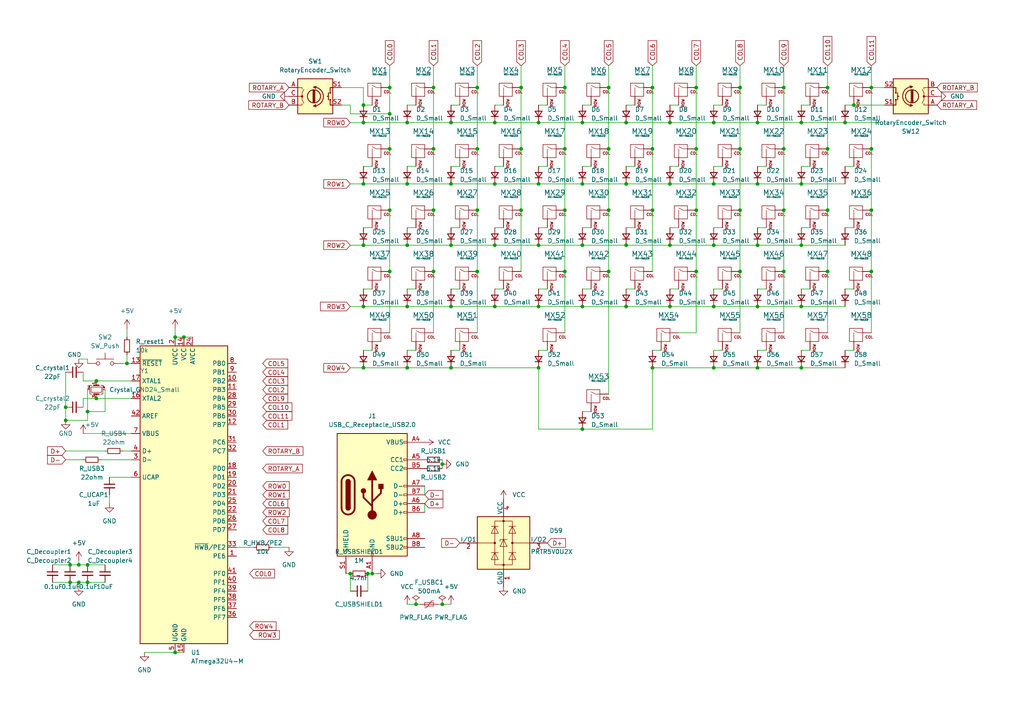
<source format=kicad_sch>
(kicad_sch (version 20211123) (generator eeschema)
  (paper "A4")
  (junction (at 125.73 43.18))
  (junction (at 219.71 35.56))
  (junction (at 207.01 106.68))
  (junction (at 120.65 175.26))
  (junction (at 163.83 43.18))
  (junction (at 189.23 43.18))
  (junction (at 201.93 43.18))
  (junction (at 240.03 25.4))
  (junction (at 27.94 110.49))
  (junction (at 176.53 43.18))
  (junction (at 227.33 78.74))
  (junction (at 138.43 25.4))
  (junction (at 130.81 71.12))
  (junction (at 53.34 97.79))
  (junction (at 168.91 124.46))
  (junction (at 214.63 60.96))
  (junction (at 163.83 60.96))
  (junction (at 130.81 53.34))
  (junction (at 156.21 88.9))
  (junction (at 156.21 35.56))
  (junction (at 168.91 88.9))
  (junction (at 219.71 106.68))
  (junction (at 113.03 33.02))
  (junction (at 105.41 71.12))
  (junction (at 194.31 71.12))
  (junction (at 25.4 163.83))
  (junction (at 189.23 106.68))
  (junction (at 130.81 88.9))
  (junction (at 181.61 88.9))
  (junction (at 25.4 168.91))
  (junction (at 252.73 60.96))
  (junction (at 214.63 25.4))
  (junction (at 118.11 35.56))
  (junction (at 143.51 35.56))
  (junction (at 240.03 43.18))
  (junction (at 240.03 78.74))
  (junction (at 214.63 43.18))
  (junction (at 143.51 88.9))
  (junction (at 125.73 78.74))
  (junction (at 168.91 53.34))
  (junction (at 207.01 35.56))
  (junction (at 107.95 166.37))
  (junction (at 22.86 168.91))
  (junction (at 143.51 71.12))
  (junction (at 105.41 30.48))
  (junction (at 232.41 53.34))
  (junction (at 181.61 71.12))
  (junction (at 130.81 106.68))
  (junction (at 118.11 106.68))
  (junction (at 118.11 71.12))
  (junction (at 214.63 78.74))
  (junction (at 125.73 60.96))
  (junction (at 156.21 106.68))
  (junction (at 101.6 166.37))
  (junction (at 176.53 78.74))
  (junction (at 252.73 25.4))
  (junction (at 25.4 119.38))
  (junction (at 128.27 134.62))
  (junction (at 113.03 60.96))
  (junction (at 128.27 175.26))
  (junction (at 232.41 71.12))
  (junction (at 19.05 121.92))
  (junction (at 219.71 88.9))
  (junction (at 118.11 88.9))
  (junction (at 189.23 60.96))
  (junction (at 219.71 71.12))
  (junction (at 252.73 43.18))
  (junction (at 207.01 88.9))
  (junction (at 247.65 30.48))
  (junction (at 207.01 53.34))
  (junction (at 106.68 166.37))
  (junction (at 20.32 163.83))
  (junction (at 19.05 118.11))
  (junction (at 227.33 60.96))
  (junction (at 138.43 78.74))
  (junction (at 105.41 35.56))
  (junction (at 245.11 35.56))
  (junction (at 118.11 53.34))
  (junction (at 219.71 53.34))
  (junction (at 105.41 106.68))
  (junction (at 156.21 53.34))
  (junction (at 181.61 53.34))
  (junction (at 252.73 78.74))
  (junction (at 201.93 60.96))
  (junction (at 168.91 35.56))
  (junction (at 201.93 25.4))
  (junction (at 240.03 60.96))
  (junction (at 232.41 88.9))
  (junction (at 163.83 78.74))
  (junction (at 156.21 71.12))
  (junction (at 105.41 88.9))
  (junction (at 176.53 25.4))
  (junction (at 168.91 71.12))
  (junction (at 113.03 78.74))
  (junction (at 113.03 25.4))
  (junction (at 113.03 43.18))
  (junction (at 194.31 53.34))
  (junction (at 201.93 78.74))
  (junction (at 194.31 88.9))
  (junction (at 176.53 60.96))
  (junction (at 50.8 97.79))
  (junction (at 194.31 35.56))
  (junction (at 181.61 35.56))
  (junction (at 130.81 35.56))
  (junction (at 20.32 168.91))
  (junction (at 27.94 115.57))
  (junction (at 22.86 163.83))
  (junction (at 232.41 35.56))
  (junction (at 138.43 60.96))
  (junction (at 138.43 43.18))
  (junction (at 163.83 25.4))
  (junction (at 207.01 71.12))
  (junction (at 125.73 25.4))
  (junction (at 36.83 105.41))
  (junction (at 143.51 53.34))
  (junction (at 227.33 43.18))
  (junction (at 189.23 25.4))
  (junction (at 105.41 53.34))
  (junction (at 151.13 43.18))
  (junction (at 151.13 25.4))
  (junction (at 50.8 189.23))
  (junction (at 151.13 60.96))
  (junction (at 227.33 25.4))
  (junction (at 232.41 106.68))
  (wire (pts (xy 201.93 25.4) (xy 201.93 43.18)))
  (wire (pts (xy 68.58 158.75) (xy 73.66 158.75)))
  (wire (pts (xy 232.41 83.82) (xy 234.95 83.82)))
  (wire (pts (xy 138.43 43.18) (xy 138.43 60.96)))
  (wire (pts (xy 181.61 66.04) (xy 184.15 66.04)))
  (wire (pts (xy 113.03 43.18) (xy 113.03 60.96)))
  (wire (pts (xy 101.6 30.48) (xy 101.6 33.02)))
  (wire (pts (xy 27.94 115.57) (xy 38.1 115.57)))
  (wire (pts (xy 101.6 53.34) (xy 105.41 53.34)))
  (wire (pts (xy 207.01 88.9) (xy 219.71 88.9)))
  (wire (pts (xy 194.31 30.48) (xy 196.85 30.48)))
  (wire (pts (xy 143.51 48.26) (xy 146.05 48.26)))
  (wire (pts (xy 120.65 175.26) (xy 121.92 175.26)))
  (wire (pts (xy 227.33 78.74) (xy 227.33 96.52)))
  (wire (pts (xy 138.43 19.05) (xy 138.43 25.4)))
  (wire (pts (xy 156.21 66.04) (xy 158.75 66.04)))
  (wire (pts (xy 118.11 88.9) (xy 130.81 88.9)))
  (wire (pts (xy 176.53 25.4) (xy 176.53 43.18)))
  (wire (pts (xy 207.01 101.6) (xy 209.55 101.6)))
  (wire (pts (xy 219.71 35.56) (xy 232.41 35.56)))
  (wire (pts (xy 163.83 19.05) (xy 163.83 25.4)))
  (wire (pts (xy 156.21 106.68) (xy 156.21 124.46)))
  (wire (pts (xy 101.6 33.02) (xy 113.03 33.02)))
  (wire (pts (xy 219.71 106.68) (xy 232.41 106.68)))
  (wire (pts (xy 176.53 19.05) (xy 176.53 25.4)))
  (wire (pts (xy 196.85 96.52) (xy 201.93 96.52)))
  (wire (pts (xy 168.91 30.48) (xy 171.45 30.48)))
  (wire (pts (xy 181.61 83.82) (xy 184.15 83.82)))
  (wire (pts (xy 25.4 105.41) (xy 25.4 104.14)))
  (wire (pts (xy 207.01 35.56) (xy 219.71 35.56)))
  (wire (pts (xy 50.8 95.25) (xy 50.8 97.79)))
  (wire (pts (xy 105.41 83.82) (xy 107.95 83.82)))
  (wire (pts (xy 105.41 30.48) (xy 107.95 30.48)))
  (wire (pts (xy 138.43 25.4) (xy 138.43 43.18)))
  (wire (pts (xy 130.81 101.6) (xy 133.35 101.6)))
  (wire (pts (xy 128.27 133.35) (xy 128.27 134.62)))
  (wire (pts (xy 252.73 60.96) (xy 252.73 78.74)))
  (wire (pts (xy 207.01 106.68) (xy 219.71 106.68)))
  (wire (pts (xy 168.91 48.26) (xy 171.45 48.26)))
  (wire (pts (xy 22.86 168.91) (xy 22.86 170.18)))
  (wire (pts (xy 118.11 48.26) (xy 120.65 48.26)))
  (wire (pts (xy 232.41 53.34) (xy 245.11 53.34)))
  (wire (pts (xy 163.83 43.18) (xy 163.83 60.96)))
  (wire (pts (xy 207.01 83.82) (xy 209.55 83.82)))
  (wire (pts (xy 219.71 101.6) (xy 222.25 101.6)))
  (wire (pts (xy 156.21 30.48) (xy 158.75 30.48)))
  (wire (pts (xy 232.41 106.68) (xy 245.11 106.68)))
  (wire (pts (xy 227.33 25.4) (xy 227.33 43.18)))
  (wire (pts (xy 232.41 30.48) (xy 234.95 30.48)))
  (wire (pts (xy 130.81 88.9) (xy 143.51 88.9)))
  (wire (pts (xy 25.4 163.83) (xy 30.48 163.83)))
  (wire (pts (xy 168.91 53.34) (xy 181.61 53.34)))
  (wire (pts (xy 156.21 83.82) (xy 158.75 83.82)))
  (wire (pts (xy 201.93 19.05) (xy 201.93 25.4)))
  (wire (pts (xy 101.6 35.56) (xy 105.41 35.56)))
  (wire (pts (xy 194.31 48.26) (xy 196.85 48.26)))
  (wire (pts (xy 118.11 66.04) (xy 120.65 66.04)))
  (wire (pts (xy 168.91 88.9) (xy 181.61 88.9)))
  (wire (pts (xy 31.75 143.51) (xy 31.75 146.05)))
  (wire (pts (xy 143.51 71.12) (xy 156.21 71.12)))
  (wire (pts (xy 247.65 30.48) (xy 256.54 30.48)))
  (wire (pts (xy 252.73 25.4) (xy 252.73 43.18)))
  (wire (pts (xy 151.13 25.4) (xy 151.13 43.18)))
  (wire (pts (xy 143.51 83.82) (xy 146.05 83.82)))
  (wire (pts (xy 113.03 33.02) (xy 113.03 43.18)))
  (wire (pts (xy 214.63 78.74) (xy 214.63 96.52)))
  (wire (pts (xy 19.05 118.11) (xy 19.05 121.92)))
  (wire (pts (xy 130.81 48.26) (xy 133.35 48.26)))
  (wire (pts (xy 130.81 53.34) (xy 143.51 53.34)))
  (wire (pts (xy 113.03 19.05) (xy 113.03 25.4)))
  (wire (pts (xy 232.41 88.9) (xy 245.11 88.9)))
  (wire (pts (xy 214.63 60.96) (xy 214.63 78.74)))
  (wire (pts (xy 168.91 119.38) (xy 171.45 119.38)))
  (wire (pts (xy 245.11 66.04) (xy 247.65 66.04)))
  (wire (pts (xy 105.41 53.34) (xy 118.11 53.34)))
  (wire (pts (xy 156.21 35.56) (xy 168.91 35.56)))
  (wire (pts (xy 245.11 101.6) (xy 247.65 101.6)))
  (wire (pts (xy 181.61 71.12) (xy 194.31 71.12)))
  (wire (pts (xy 24.13 110.49) (xy 27.94 110.49)))
  (wire (pts (xy 219.71 66.04) (xy 222.25 66.04)))
  (wire (pts (xy 24.13 115.57) (xy 27.94 115.57)))
  (wire (pts (xy 36.83 95.25) (xy 36.83 97.79)))
  (wire (pts (xy 156.21 71.12) (xy 168.91 71.12)))
  (wire (pts (xy 113.03 78.74) (xy 113.03 96.52)))
  (wire (pts (xy 252.73 25.4) (xy 256.54 25.4)))
  (wire (pts (xy 163.83 78.74) (xy 163.83 96.52)))
  (wire (pts (xy 118.11 71.12) (xy 130.81 71.12)))
  (wire (pts (xy 22.86 168.91) (xy 25.4 168.91)))
  (wire (pts (xy 125.73 19.05) (xy 125.73 25.4)))
  (wire (pts (xy 128.27 134.62) (xy 128.27 135.89)))
  (wire (pts (xy 41.91 189.23) (xy 50.8 189.23)))
  (wire (pts (xy 143.51 66.04) (xy 146.05 66.04)))
  (wire (pts (xy 201.93 78.74) (xy 201.93 96.52)))
  (wire (pts (xy 189.23 19.05) (xy 189.23 25.4)))
  (wire (pts (xy 118.11 35.56) (xy 130.81 35.56)))
  (wire (pts (xy 25.4 119.38) (xy 30.48 119.38)))
  (wire (pts (xy 107.95 166.37) (xy 109.22 166.37)))
  (wire (pts (xy 245.11 30.48) (xy 247.65 30.48)))
  (wire (pts (xy 19.05 107.95) (xy 19.05 118.11)))
  (wire (pts (xy 163.83 60.96) (xy 163.83 78.74)))
  (wire (pts (xy 128.27 175.26) (xy 130.81 175.26)))
  (wire (pts (xy 25.4 119.38) (xy 25.4 121.92)))
  (wire (pts (xy 194.31 35.56) (xy 207.01 35.56)))
  (wire (pts (xy 245.11 48.26) (xy 247.65 48.26)))
  (wire (pts (xy 101.6 106.68) (xy 105.41 106.68)))
  (wire (pts (xy 168.91 124.46) (xy 156.21 124.46)))
  (wire (pts (xy 130.81 71.12) (xy 143.51 71.12)))
  (wire (pts (xy 214.63 25.4) (xy 214.63 43.18)))
  (wire (pts (xy 151.13 43.18) (xy 151.13 60.96)))
  (wire (pts (xy 24.13 107.95) (xy 24.13 110.49)))
  (wire (pts (xy 189.23 124.46) (xy 168.91 124.46)))
  (wire (pts (xy 163.83 25.4) (xy 163.83 43.18)))
  (wire (pts (xy 20.32 163.83) (xy 22.86 163.83)))
  (wire (pts (xy 105.41 71.12) (xy 118.11 71.12)))
  (wire (pts (xy 232.41 101.6) (xy 234.95 101.6)))
  (wire (pts (xy 50.8 189.23) (xy 53.34 189.23)))
  (wire (pts (xy 143.51 53.34) (xy 156.21 53.34)))
  (wire (pts (xy 189.23 106.68) (xy 207.01 106.68)))
  (wire (pts (xy 181.61 88.9) (xy 194.31 88.9)))
  (wire (pts (xy 252.73 78.74) (xy 252.73 96.52)))
  (wire (pts (xy 118.11 101.6) (xy 120.65 101.6)))
  (wire (pts (xy 240.03 25.4) (xy 240.03 43.18)))
  (wire (pts (xy 151.13 19.05) (xy 151.13 25.4)))
  (wire (pts (xy 207.01 48.26) (xy 209.55 48.26)))
  (wire (pts (xy 189.23 43.18) (xy 189.23 60.96)))
  (wire (pts (xy 105.41 35.56) (xy 118.11 35.56)))
  (wire (pts (xy 105.41 48.26) (xy 107.95 48.26)))
  (wire (pts (xy 15.24 168.91) (xy 20.32 168.91)))
  (wire (pts (xy 105.41 88.9) (xy 118.11 88.9)))
  (wire (pts (xy 15.24 163.83) (xy 20.32 163.83)))
  (wire (pts (xy 207.01 30.48) (xy 209.55 30.48)))
  (wire (pts (xy 101.6 71.12) (xy 105.41 71.12)))
  (wire (pts (xy 105.41 25.4) (xy 105.41 30.48)))
  (wire (pts (xy 125.73 78.74) (xy 125.73 96.52)))
  (wire (pts (xy 189.23 25.4) (xy 189.23 43.18)))
  (wire (pts (xy 214.63 43.18) (xy 214.63 60.96)))
  (wire (pts (xy 143.51 35.56) (xy 156.21 35.56)))
  (wire (pts (xy 219.71 83.82) (xy 222.25 83.82)))
  (wire (pts (xy 118.11 53.34) (xy 130.81 53.34)))
  (wire (pts (xy 106.68 166.37) (xy 106.68 171.45)))
  (wire (pts (xy 168.91 71.12) (xy 181.61 71.12)))
  (wire (pts (xy 168.91 66.04) (xy 171.45 66.04)))
  (wire (pts (xy 227.33 19.05) (xy 227.33 25.4)))
  (wire (pts (xy 105.41 106.68) (xy 118.11 106.68)))
  (wire (pts (xy 27.94 110.49) (xy 38.1 110.49)))
  (wire (pts (xy 232.41 66.04) (xy 234.95 66.04)))
  (wire (pts (xy 36.83 105.41) (xy 38.1 105.41)))
  (wire (pts (xy 101.6 88.9) (xy 105.41 88.9)))
  (wire (pts (xy 168.91 83.82) (xy 171.45 83.82)))
  (wire (pts (xy 138.43 60.96) (xy 138.43 78.74)))
  (wire (pts (xy 181.61 35.56) (xy 194.31 35.56)))
  (wire (pts (xy 118.11 30.48) (xy 120.65 30.48)))
  (wire (pts (xy 219.71 53.34) (xy 232.41 53.34)))
  (wire (pts (xy 232.41 71.12) (xy 245.11 71.12)))
  (wire (pts (xy 151.13 60.96) (xy 151.13 78.74)))
  (wire (pts (xy 201.93 43.18) (xy 201.93 60.96)))
  (wire (pts (xy 143.51 30.48) (xy 146.05 30.48)))
  (wire (pts (xy 156.21 48.26) (xy 158.75 48.26)))
  (wire (pts (xy 207.01 66.04) (xy 209.55 66.04)))
  (wire (pts (xy 227.33 60.96) (xy 227.33 78.74)))
  (wire (pts (xy 245.11 83.82) (xy 247.65 83.82)))
  (wire (pts (xy 101.6 166.37) (xy 101.6 171.45)))
  (wire (pts (xy 25.4 113.03) (xy 25.4 119.38)))
  (wire (pts (xy 232.41 35.56) (xy 245.11 35.56)))
  (wire (pts (xy 156.21 53.34) (xy 168.91 53.34)))
  (wire (pts (xy 19.05 130.81) (xy 30.48 130.81)))
  (wire (pts (xy 113.03 60.96) (xy 113.03 78.74)))
  (wire (pts (xy 30.48 119.38) (xy 30.48 113.03)))
  (wire (pts (xy 252.73 43.18) (xy 252.73 60.96)))
  (wire (pts (xy 168.91 35.56) (xy 181.61 35.56)))
  (wire (pts (xy 245.11 35.56) (xy 255.27 35.56)))
  (wire (pts (xy 181.61 53.34) (xy 194.31 53.34)))
  (wire (pts (xy 227.33 43.18) (xy 227.33 60.96)))
  (wire (pts (xy 20.32 168.91) (xy 22.86 168.91)))
  (wire (pts (xy 106.68 166.37) (xy 107.95 166.37)))
  (wire (pts (xy 35.56 105.41) (xy 36.83 105.41)))
  (wire (pts (xy 29.21 133.35) (xy 38.1 133.35)))
  (wire (pts (xy 143.51 88.9) (xy 156.21 88.9)))
  (wire (pts (xy 194.31 71.12) (xy 207.01 71.12)))
  (wire (pts (xy 240.03 43.18) (xy 240.03 60.96)))
  (wire (pts (xy 207.01 53.34) (xy 219.71 53.34)))
  (wire (pts (xy 127 175.26) (xy 128.27 175.26)))
  (wire (pts (xy 31.75 138.43) (xy 38.1 138.43)))
  (wire (pts (xy 240.03 78.74) (xy 240.03 96.52)))
  (wire (pts (xy 194.31 83.82) (xy 196.85 83.82)))
  (wire (pts (xy 138.43 78.74) (xy 138.43 96.52)))
  (wire (pts (xy 189.23 106.68) (xy 189.23 124.46)))
  (wire (pts (xy 22.86 162.56) (xy 22.86 163.83)))
  (wire (pts (xy 189.23 101.6) (xy 191.77 101.6)))
  (wire (pts (xy 194.31 66.04) (xy 196.85 66.04)))
  (wire (pts (xy 219.71 30.48) (xy 222.25 30.48)))
  (wire (pts (xy 118.11 106.68) (xy 130.81 106.68)))
  (wire (pts (xy 219.71 48.26) (xy 222.25 48.26)))
  (wire (pts (xy 156.21 101.6) (xy 158.75 101.6)))
  (wire (pts (xy 99.06 30.48) (xy 101.6 30.48)))
  (wire (pts (xy 125.73 43.18) (xy 125.73 60.96)))
  (wire (pts (xy 219.71 88.9) (xy 232.41 88.9)))
  (wire (pts (xy 105.41 101.6) (xy 107.95 101.6)))
  (wire (pts (xy 125.73 25.4) (xy 125.73 43.18)))
  (wire (pts (xy 176.53 43.18) (xy 176.53 60.96)))
  (wire (pts (xy 130.81 106.68) (xy 156.21 106.68)))
  (wire (pts (xy 194.31 53.34) (xy 207.01 53.34)))
  (wire (pts (xy 24.13 125.73) (xy 38.1 125.73)))
  (wire (pts (xy 36.83 102.87) (xy 36.83 105.41)))
  (wire (pts (xy 118.11 175.26) (xy 120.65 175.26)))
  (wire (pts (xy 201.93 60.96) (xy 201.93 78.74)))
  (wire (pts (xy 35.56 130.81) (xy 38.1 130.81)))
  (wire (pts (xy 207.01 71.12) (xy 219.71 71.12)))
  (wire (pts (xy 19.05 121.92) (xy 25.4 121.92)))
  (wire (pts (xy 176.53 60.96) (xy 176.53 78.74)))
  (wire (pts (xy 123.19 140.97) (xy 123.19 143.51)))
  (wire (pts (xy 113.03 25.4) (xy 113.03 33.02)))
  (wire (pts (xy 176.53 78.74) (xy 176.53 114.3)))
  (wire (pts (xy 100.33 166.37) (xy 101.6 166.37)))
  (wire (pts (xy 214.63 19.05) (xy 214.63 25.4)))
  (wire (pts (xy 240.03 19.05) (xy 240.03 25.4)))
  (wire (pts (xy 50.8 97.79) (xy 53.34 97.79)))
  (wire (pts (xy 130.81 35.56) (xy 143.51 35.56)))
  (wire (pts (xy 53.34 97.79) (xy 55.88 97.79)))
  (wire (pts (xy 105.41 66.04) (xy 107.95 66.04)))
  (wire (pts (xy 232.41 48.26) (xy 234.95 48.26)))
  (wire (pts (xy 181.61 30.48) (xy 184.15 30.48)))
  (wire (pts (xy 130.81 30.48) (xy 133.35 30.48)))
  (wire (pts (xy 78.74 158.75) (xy 83.82 158.75)))
  (wire (pts (xy 156.21 88.9) (xy 168.91 88.9)))
  (wire (pts (xy 240.03 60.96) (xy 240.03 78.74)))
  (wire (pts (xy 189.23 60.96) (xy 189.23 78.74)))
  (wire (pts (xy 22.86 104.14) (xy 25.4 104.14)))
  (wire (pts (xy 181.61 48.26) (xy 184.15 48.26)))
  (wire (pts (xy 123.19 146.05) (xy 123.19 148.59)))
  (wire (pts (xy 118.11 83.82) (xy 120.65 83.82)))
  (wire (pts (xy 99.06 25.4) (xy 105.41 25.4)))
  (wire (pts (xy 22.86 163.83) (xy 25.4 163.83)))
  (wire (pts (xy 25.4 168.91) (xy 30.48 168.91)))
  (wire (pts (xy 194.31 88.9) (xy 207.01 88.9)))
  (wire (pts (xy 130.81 83.82) (xy 133.35 83.82)))
  (wire (pts (xy 252.73 19.05) (xy 252.73 25.4)))
  (wire (pts (xy 219.71 71.12) (xy 232.41 71.12)))
  (wire (pts (xy 130.81 66.04) (xy 133.35 66.04)))
  (wire (pts (xy 19.05 133.35) (xy 24.13 133.35)))
  (wire (pts (xy 24.13 118.11) (xy 24.13 115.57)))
  (wire (pts (xy 125.73 60.96) (xy 125.73 78.74)))
  (global_label "COL11" (shape input) (at 76.2 120.65 0) (property "Intersheet References" "${INTERSHEET_REFS}" (effects hide)))
  (global_label "ROW4" (shape input) (at 72.39 181.61 0) (property "Intersheet References" "${INTERSHEET_REFS}" (effects hide)))
  (global_label "COL0" (shape input) (at 72.39 166.37 0) (property "Intersheet References" "${INTERSHEET_REFS}" (effects hide)))
  (global_label "COL2" (shape input) (at 138.43 19.05 90) (property "Intersheet References" "${INTERSHEET_REFS}" (effects hide)))
  (global_label "ROW2" (shape input) (at 101.6 71.12 180) (property "Intersheet References" "${INTERSHEET_REFS}" (effects hide)))
  (global_label "ROW0" (shape input) (at 76.2 140.97 0) (property "Intersheet References" "${INTERSHEET_REFS}" (effects hide)))
  (global_label "D+" (shape input) (at 123.19 146.05 0) (property "Intersheet References" "${INTERSHEET_REFS}" (effects hide)))
  (global_label "D-" (shape input) (at 133.35 157.48 180) (property "Intersheet References" "${INTERSHEET_REFS}" (effects hide)))
  (global_label "COL0" (shape input) (at 113.03 19.05 90) (property "Intersheet References" "${INTERSHEET_REFS}" (effects hide)))
  (global_label "COL10" (shape input) (at 240.03 19.05 90) (property "Intersheet References" "${INTERSHEET_REFS}" (effects hide)))
  (global_label "COL1" (shape input) (at 125.73 19.05 90) (property "Intersheet References" "${INTERSHEET_REFS}" (effects hide)))
  (global_label "COL1" (shape input) (at 76.2 123.19 0) (property "Intersheet References" "${INTERSHEET_REFS}" (effects hide)))
  (global_label "ROTARY_A" (shape input) (at 83.82 25.4 180) (property "Intersheet References" "${INTERSHEET_REFS}" (effects hide)))
  (global_label "COL3" (shape input) (at 151.13 19.05 90) (property "Intersheet References" "${INTERSHEET_REFS}" (effects hide)))
  (global_label "ROTARY_B" (shape input) (at 76.2 130.81 0) (property "Intersheet References" "${INTERSHEET_REFS}" (effects hide)))
  (global_label "COL6" (shape input) (at 76.2 146.05 0) (property "Intersheet References" "${INTERSHEET_REFS}" (effects hide)))
  (global_label "ROW2" (shape input) (at 76.2 148.59 0) (property "Intersheet References" "${INTERSHEET_REFS}" (effects hide)))
  (global_label "COL10" (shape input) (at 76.2 118.11 0) (property "Intersheet References" "${INTERSHEET_REFS}" (effects hide)))
  (global_label "COL7" (shape input) (at 201.93 19.05 90) (property "Intersheet References" "${INTERSHEET_REFS}" (effects hide)))
  (global_label "COL11" (shape input) (at 252.73 19.05 90) (property "Intersheet References" "${INTERSHEET_REFS}" (effects hide)))
  (global_label "COL2" (shape input) (at 76.2 113.03 0) (property "Intersheet References" "${INTERSHEET_REFS}" (effects hide)))
  (global_label "D+" (shape input) (at 19.05 130.81 180) (property "Intersheet References" "${INTERSHEET_REFS}" (effects hide)))
  (global_label "ROW1" (shape input) (at 101.6 53.34 180) (property "Intersheet References" "${INTERSHEET_REFS}" (effects hide)))
  (global_label "ROTARY_B" (shape input) (at 271.78 25.4 0) (property "Intersheet References" "${INTERSHEET_REFS}" (effects hide)))
  (global_label "COL3" (shape input) (at 76.2 110.49 0) (property "Intersheet References" "${INTERSHEET_REFS}" (effects hide)))
  (global_label "COL9" (shape input) (at 227.33 19.05 90) (property "Intersheet References" "${INTERSHEET_REFS}" (effects hide)))
  (global_label "COL4" (shape input) (at 163.83 19.05 90) (property "Intersheet References" "${INTERSHEET_REFS}" (effects hide)))
  (global_label "ROTARY_B" (shape input) (at 83.82 30.48 180) (property "Intersheet References" "${INTERSHEET_REFS}" (effects hide)))
  (global_label "ROW4" (shape input) (at 101.6 106.68 180) (property "Intersheet References" "${INTERSHEET_REFS}" (effects hide)))
  (global_label "D-" (shape input) (at 19.05 133.35 180) (property "Intersheet References" "${INTERSHEET_REFS}" (effects hide)))
  (global_label "COL8" (shape input) (at 76.2 153.67 0) (property "Intersheet References" "${INTERSHEET_REFS}" (effects hide)))
  (global_label "COL6" (shape input) (at 189.23 19.05 90) (property "Intersheet References" "${INTERSHEET_REFS}" (effects hide)))
  (global_label "ROW1" (shape input) (at 76.2 143.51 0) (property "Intersheet References" "${INTERSHEET_REFS}" (effects hide)))
  (global_label "COL7" (shape input) (at 76.2 151.13 0) (property "Intersheet References" "${INTERSHEET_REFS}" (effects hide)))
  (global_label "COL5" (shape input) (at 176.53 19.05 90) (property "Intersheet References" "${INTERSHEET_REFS}" (effects hide)))
  (global_label "ROTARY_A" (shape input) (at 76.2 135.89 0) (property "Intersheet References" "${INTERSHEET_REFS}" (effects hide)))
  (global_label "D+" (shape input) (at 158.75 157.48 0) (property "Intersheet References" "${INTERSHEET_REFS}" (effects hide)))
  (global_label " ROW3" (shape input) (at 101.6 88.9 180) (property "Intersheet References" "${INTERSHEET_REFS}" (effects hide)))
  (global_label "COL9" (shape input) (at 76.2 115.57 0) (property "Intersheet References" "${INTERSHEET_REFS}" (effects hide)))
  (global_label "COL8" (shape input) (at 214.63 19.05 90) (property "Intersheet References" "${INTERSHEET_REFS}" (effects hide)))
  (global_label " ROW3" (shape input) (at 72.39 184.15 0) (property "Intersheet References" "${INTERSHEET_REFS}" (effects hide)))
  (global_label "ROTARY_A" (shape input) (at 271.78 30.48 0) (property "Intersheet References" "${INTERSHEET_REFS}" (effects hide)))
  (global_label "COL5" (shape input) (at 76.2 105.41 0) (property "Intersheet References" "${INTERSHEET_REFS}" (effects hide)))
  (global_label "ROW0" (shape input) (at 101.6 35.56 180) (property "Intersheet References" "${INTERSHEET_REFS}" (effects hide)))
  (global_label "COL4" (shape input) (at 76.2 107.95 0) (property "Intersheet References" "${INTERSHEET_REFS}" (effects hide)))
  (global_label "D-" (shape input) (at 123.19 143.51 0) (property "Intersheet References" "${INTERSHEET_REFS}" (effects hide)))
  (symbol (lib_id "power:GND") (at 109.22 166.37 90) (unit 1)
    (property "Reference" "#PWR0109" (effects hide))
    (property "Value" "GND" (at 113.03 166.3699 90) (effects (justify right)))
  )
  (symbol (lib_id "Device:D_Small") (at 219.71 33.02 90) (unit 1)
    (property "Reference" "D10" (at 222.25 31.7499 90) (effects (justify right)))
    (property "Value" "D_Small" (at 222.25 34.2899 90) (effects (justify right)))
    (property "Footprint" "Diode_SMD:D_SOD-123F" (effects hide))
  )
  (symbol (lib_id "Device:C_Small") (at 21.59 107.95 90) (unit 1)
    (property "Reference" "C_crystal1" (at 15.24 106.68 90))
    (property "Value" "22pF" (at 15.24 109.22 90))
    (property "Footprint" "Capacitor_SMD:C_0402_1005Metric" (effects hide))
  )
  (symbol (lib_id "Device:D_Small") (at 118.11 104.14 90) (unit 1)
    (property "Reference" "D50" (at 120.65 102.8699 90) (effects (justify right)))
    (property "Value" "D_Small" (at 120.65 105.4099 90) (effects (justify right)))
    (property "Footprint" "Diode_SMD:D_SOD-123F" (effects hide))
  )
  (symbol (lib_id "Connector:USB_C_Receptacle_USB2.0") (at 107.95 143.51 0) (unit 1)
    (property "Reference" "J1" (at 107.95 120.65 0))
    (property "Value" "USB_C_Receptacle_USB2.0" (at 107.95 123.19 0))
    (property "Footprint" "Connector_USB:USB_C_Receptacle_HRO_TYPE-C-31-M-12" (effects hide))
    (property "Datasheet" "https://www.usb.org/sites/default/files/documents/usb_type-c.zip" (effects hide))
  )
  (symbol (lib_id "Device:D_Small") (at 194.31 86.36 90) (unit 1)
    (property "Reference" "D44" (at 196.85 85.0899 90) (effects (justify right)))
    (property "Value" "D_Small" (at 196.85 87.6299 90) (effects (justify right)))
    (property "Footprint" "Diode_SMD:D_SOD-123F" (effects hide))
  )
  (symbol (lib_id "Device:D_Small") (at 143.51 68.58 90) (unit 1)
    (property "Reference" "D28" (at 146.05 67.3099 90) (effects (justify right)))
    (property "Value" "D_Small" (at 146.05 69.8499 90) (effects (justify right)))
    (property "Footprint" "Diode_SMD:D_SOD-123F" (effects hide))
  )
  (symbol (lib_id "MX_Alps_Hybrid:MX-NoLED") (at 223.52 26.67 0) (unit 1)
    (property "Reference" "MX10" (at 224.4056 20.32 0) (effects (font (size 1.524 1.524))))
    (property "Value" "MX-NoLED" (at 224.4056 21.59 0) (effects (font (size 0.508 0.508))))
    (property "Footprint" "MX_Only:MXOnly-1U-NoLED" (effects hide))
  )
  (symbol (lib_id "Device:D_Small") (at 232.41 33.02 90) (unit 1)
    (property "Reference" "D11" (at 234.95 31.7499 90) (effects (justify right)))
    (property "Value" "D_Small" (at 234.95 34.2899 90) (effects (justify right)))
    (property "Footprint" "Diode_SMD:D_SOD-123F" (effects hide))
  )
  (symbol (lib_id "MX_Alps_Hybrid:MX-NoLED") (at 172.72 115.57 0) (unit 1)
    (property "Reference" "MX53" (at 173.6056 109.22 0) (effects (font (size 1.524 1.524))))
    (property "Value" "MX-NoLED" (at 173.6056 110.49 0) (effects (font (size 0.508 0.508))))
    (property "Footprint" "MX_Only:MXOnly-6U-Centered-NoLED" (effects hide))
  )
  (symbol (lib_id "Device:C_Small") (at 25.4 166.37 0) (unit 1)
    (property "Reference" "C_Decoupler3" (at 25.4 160.02 0) (effects (justify left)))
    (property "Value" "0.1uF" (at 22.86 170.18 0) (effects (justify left)))
    (property "Footprint" "Capacitor_SMD:C_0402_1005Metric" (effects hide))
  )
  (symbol (lib_id "power:GND") (at 19.05 121.92 0) (unit 1)
    (property "Reference" "#PWR0105" (effects hide))
    (property "Value" "GND" (at 19.05 125.73 0))
  )
  (symbol (lib_id "MX_Alps_Hybrid:MX-NoLED") (at 134.62 97.79 0) (unit 1)
    (property "Reference" "MX51" (at 135.5056 91.44 0) (effects (font (size 1.524 1.524))))
    (property "Value" "MX-NoLED" (at 135.5056 92.71 0) (effects (font (size 0.508 0.508))))
    (property "Footprint" "MX_Only:MXOnly-1.25U-NoLED" (effects hide))
  )
  (symbol (lib_id "MX_Alps_Hybrid:MX-NoLED") (at 236.22 44.45 0) (unit 1)
    (property "Reference" "MX23" (at 237.1056 38.1 0) (effects (font (size 1.524 1.524))))
    (property "Value" "MX-NoLED" (at 237.1056 39.37 0) (effects (font (size 0.508 0.508))))
    (property "Footprint" "MX_Only:MXOnly-1U-NoLED" (effects hide))
  )
  (symbol (lib_id "Device:D_Small") (at 245.11 68.58 90) (unit 1)
    (property "Reference" "D36" (at 247.65 67.3099 90) (effects (justify right)))
    (property "Value" "D_Small" (at 247.65 69.8499 90) (effects (justify right)))
    (property "Footprint" "Diode_SMD:D_SOD-123F" (effects hide))
  )
  (symbol (lib_id "Device:D_Small") (at 219.71 68.58 90) (unit 1)
    (property "Reference" "D34" (at 222.25 67.3099 90) (effects (justify right)))
    (property "Value" "D_Small" (at 222.25 69.8499 90) (effects (justify right)))
    (property "Footprint" "Diode_SMD:D_SOD-123F" (effects hide))
  )
  (symbol (lib_id "Device:D_Small") (at 232.41 104.14 90) (unit 1)
    (property "Reference" "D57" (at 234.95 102.8699 90) (effects (justify right)))
    (property "Value" "D_Small" (at 234.95 105.4099 90) (effects (justify right)))
    (property "Footprint" "Diode_SMD:D_SOD-123F" (effects hide))
  )
  (symbol (lib_id "Device:C_Small") (at 20.32 166.37 0) (unit 1)
    (property "Reference" "C_Decoupler2" (at 7.62 162.56 0) (effects (justify left)))
    (property "Value" "0.1uF" (at 17.78 170.18 0) (effects (justify left)))
    (property "Footprint" "Capacitor_SMD:C_0402_1005Metric" (effects hide))
  )
  (symbol (lib_id "power:GND") (at 22.86 170.18 0) (unit 1)
    (property "Reference" "#PWR0122" (effects hide))
    (property "Value" "GND" (at 22.86 175.26 0))
  )
  (symbol (lib_id "MX_Alps_Hybrid:MX-NoLED") (at 172.72 44.45 0) (unit 1)
    (property "Reference" "MX18" (at 173.6056 38.1 0) (effects (font (size 1.524 1.524))))
    (property "Value" "MX-NoLED" (at 173.6056 39.37 0) (effects (font (size 0.508 0.508))))
    (property "Footprint" "MX_Only:MXOnly-1U-NoLED" (effects hide))
  )
  (symbol (lib_id "MX_Alps_Hybrid:MX-NoLED") (at 193.04 97.79 0) (unit 1)
    (property "Reference" "MX54" (at 193.9256 91.44 0) (effects (font (size 1.524 1.524))))
    (property "Value" "MX-NoLED" (at 193.9256 92.71 0) (effects (font (size 0.508 0.508))))
    (property "Footprint" "MX_Only:MXOnly-2.25U-NoLED" (effects hide))
  )
  (symbol (lib_id "Device:C_Small") (at 104.14 171.45 90) (unit 1)
    (property "Reference" "C_USBSHIELD1" (at 104.14 175.26 90))
    (property "Value" "4.7nF" (at 104.1463 167.64 90))
    (property "Footprint" "Capacitor_SMD:C_0402_1005Metric" (effects hide))
  )
  (symbol (lib_id "Device:Polyfuse_Small") (at 124.46 175.26 90) (unit 1)
    (property "Reference" "F_USBC1" (at 124.46 168.91 90))
    (property "Value" "500mA" (at 124.46 171.45 90))
    (property "Footprint" "Fuse:Fuse_1206_3216Metric" (effects hide))
  )
  (symbol (lib_id "Device:D_Small") (at 245.11 33.02 90) (unit 1)
    (property "Reference" "D12" (at 247.65 31.7499 90) (effects (justify right)))
    (property "Value" "D_Small" (at 247.65 34.2899 90) (effects (justify right)))
    (property "Footprint" "Diode_SMD:D_SOD-123F" (effects hide))
  )
  (symbol (lib_id "MX_Alps_Hybrid:MX-NoLED") (at 172.72 26.67 0) (unit 1)
    (property "Reference" "MX6" (at 173.6056 20.32 0) (effects (font (size 1.524 1.524))))
    (property "Value" "MX-NoLED" (at 173.6056 21.59 0) (effects (font (size 0.508 0.508))))
    (property "Footprint" "MX_Only:MXOnly-1U-NoLED" (effects hide))
  )
  (symbol (lib_id "Device:D_Small") (at 130.81 104.14 90) (unit 1)
    (property "Reference" "D51" (at 133.35 102.8699 90) (effects (justify right)))
    (property "Value" "D_Small" (at 133.35 105.4099 90) (effects (justify right)))
    (property "Footprint" "Diode_SMD:D_SOD-123F" (effects hide))
  )
  (symbol (lib_id "MX_Alps_Hybrid:MX-NoLED") (at 160.02 44.45 0) (unit 1)
    (property "Reference" "MX17" (at 160.9056 38.1 0) (effects (font (size 1.524 1.524))))
    (property "Value" "MX-NoLED" (at 160.9056 39.37 0) (effects (font (size 0.508 0.508))))
    (property "Footprint" "MX_Only:MXOnly-1U-NoLED" (effects hide))
  )
  (symbol (lib_id "Device:D_Small") (at 105.41 50.8 90) (unit 1)
    (property "Reference" "D13" (at 107.95 49.5299 90) (effects (justify right)))
    (property "Value" "D_Small" (at 107.95 52.0699 90) (effects (justify right)))
    (property "Footprint" "Diode_SMD:D_SOD-123F" (effects hide))
  )
  (symbol (lib_id "MX_Alps_Hybrid:MX-NoLED") (at 172.72 80.01 0) (unit 1)
    (property "Reference" "MX42" (at 173.6056 73.66 0) (effects (font (size 1.524 1.524))))
    (property "Value" "MX-NoLED" (at 173.6056 74.93 0) (effects (font (size 0.508 0.508))))
    (property "Footprint" "MX_Only:MXOnly-1U-NoLED" (effects hide))
  )
  (symbol (lib_id "Device:D_Small") (at 118.11 86.36 90) (unit 1)
    (property "Reference" "D38" (at 120.65 85.0899 90) (effects (justify right)))
    (property "Value" "D_Small" (at 120.65 87.6299 90) (effects (justify right)))
    (property "Footprint" "Diode_SMD:D_SOD-123F" (effects hide))
  )
  (symbol (lib_id "Device:D_Small") (at 130.81 33.02 90) (unit 1)
    (property "Reference" "D3" (at 133.35 31.7499 90) (effects (justify right)))
    (property "Value" "D_Small" (at 133.35 34.2899 90) (effects (justify right)))
    (property "Footprint" "Diode_SMD:D_SOD-123F" (effects hide))
  )
  (symbol (lib_id "MX_Alps_Hybrid:MX-NoLED") (at 210.82 62.23 0) (unit 1)
    (property "Reference" "MX33" (at 211.7056 55.88 0) (effects (font (size 1.524 1.524))))
    (property "Value" "MX-NoLED" (at 211.7056 57.15 0) (effects (font (size 0.508 0.508))))
    (property "Footprint" "MX_Only:MXOnly-1U-NoLED" (effects hide))
  )
  (symbol (lib_id "Device:D_Small") (at 105.41 33.02 90) (unit 1)
    (property "Reference" "D1" (at 107.95 31.7499 90) (effects (justify right)))
    (property "Value" "D_Small" (at 107.95 34.2899 90) (effects (justify right)))
    (property "Footprint" "Diode_SMD:D_SOD-123F" (effects hide))
  )
  (symbol (lib_id "power:GND") (at 83.82 158.75 0) (unit 1)
    (property "Reference" "#PWR0107" (effects hide))
    (property "Value" "GND" (at 83.82 163.83 0))
  )
  (symbol (lib_id "MX_Alps_Hybrid:MX-NoLED") (at 109.22 80.01 0) (unit 1)
    (property "Reference" "MX37" (at 110.1056 73.66 0) (effects (font (size 1.524 1.524))))
    (property "Value" "MX-NoLED" (at 110.1056 74.93 0) (effects (font (size 0.508 0.508))))
    (property "Footprint" "MX_Only:MXOnly-1.5U-NoLED" (effects hide))
  )
  (symbol (lib_id "MX_Alps_Hybrid:MX-NoLED") (at 236.22 80.01 0) (unit 1)
    (property "Reference" "MX47" (at 237.1056 73.66 0) (effects (font (size 1.524 1.524))))
    (property "Value" "MX-NoLED" (at 237.1056 74.93 0) (effects (font (size 0.508 0.508))))
    (property "Footprint" "MX_Only:MXOnly-1U-NoLED" (effects hide))
  )
  (symbol (lib_id "Device:D_Small") (at 168.91 50.8 90) (unit 1)
    (property "Reference" "D18" (at 171.45 49.5299 90) (effects (justify right)))
    (property "Value" "D_Small" (at 171.45 52.0699 90) (effects (justify right)))
    (property "Footprint" "Diode_SMD:D_SOD-123F" (effects hide))
  )
  (symbol (lib_id "Device:D_Small") (at 181.61 33.02 90) (unit 1)
    (property "Reference" "D7" (at 184.15 31.7499 90) (effects (justify right)))
    (property "Value" "D_Small" (at 184.15 34.2899 90) (effects (justify right)))
    (property "Footprint" "Diode_SMD:D_SOD-123F" (effects hide))
  )
  (symbol (lib_id "Device:D_Small") (at 232.41 68.58 90) (unit 1)
    (property "Reference" "D35" (at 234.95 67.3099 90) (effects (justify right)))
    (property "Value" "D_Small" (at 234.95 69.8499 90) (effects (justify right)))
    (property "Footprint" "Diode_SMD:D_SOD-123F" (effects hide))
  )
  (symbol (lib_id "power:GND") (at 31.75 146.05 0) (unit 1)
    (property "Reference" "#PWR0120" (effects hide))
    (property "Value" "GND" (at 31.75 151.13 0))
  )
  (symbol (lib_id "power:VCC") (at 146.05 144.78 0) (unit 1)
    (property "Reference" "#PWR0119" (effects hide))
    (property "Value" "VCC" (at 148.59 143.5099 0) (effects (justify left)))
  )
  (symbol (lib_id "MX_Alps_Hybrid:MX-NoLED") (at 248.92 26.67 0) (unit 1)
    (property "Reference" "MX12" (at 249.8056 20.32 0) (effects (font (size 1.524 1.524))))
    (property "Value" "MX-NoLED" (at 249.8056 21.59 0) (effects (font (size 0.508 0.508))))
    (property "Footprint" "MX_Only:MXOnly-1U-NoLED" (effects hide))
  )
  (symbol (lib_id "Device:R_Small") (at 104.14 166.37 90) (unit 1)
    (property "Reference" "R_USBSHIELD1" (at 104.14 160.02 90))
    (property "Value" "1M" (at 104.14 162.56 90))
    (property "Footprint" "Resistor_SMD:R_0402_1005Metric" (effects hide))
  )
  (symbol (lib_id "MX_Alps_Hybrid:MX-NoLED") (at 185.42 80.01 0) (unit 1)
    (property "Reference" "MX43" (at 186.3056 73.66 0) (effects (font (size 1.524 1.524))))
    (property "Value" "MX-NoLED" (at 186.3056 74.93 0) (effects (font (size 0.508 0.508))))
    (property "Footprint" "MX_Only:MXOnly-1U-NoLED" (effects hide))
  )
  (symbol (lib_id "power:PWR_FLAG") (at 128.27 175.26 0) (unit 1)
    (property "Reference" "#FLG0101" (effects hide))
    (property "Value" "PWR_FLAG" (at 130.81 179.07 0))
  )
  (symbol (lib_id "MX_Alps_Hybrid:MX-NoLED") (at 109.22 26.67 0) (unit 1)
    (property "Reference" "MX1" (at 110.1056 20.32 0) (effects (font (size 1.524 1.524))))
    (property "Value" "MX-NoLED" (at 110.1056 21.59 0) (effects (font (size 0.508 0.508))))
    (property "Footprint" "MX_Only:MXOnly-1U-NoLED" (effects hide))
  )
  (symbol (lib_id "MX_Alps_Hybrid:MX-NoLED") (at 134.62 62.23 0) (unit 1)
    (property "Reference" "MX27" (at 135.5056 55.88 0) (effects (font (size 1.524 1.524))))
    (property "Value" "MX-NoLED" (at 135.5056 57.15 0) (effects (font (size 0.508 0.508))))
    (property "Footprint" "MX_Only:MXOnly-1U-NoLED" (effects hide))
  )
  (symbol (lib_id "power:PWR_FLAG") (at 120.65 175.26 0) (unit 1)
    (property "Reference" "#FLG0102" (effects hide))
    (property "Value" "PWR_FLAG" (at 120.65 179.07 0))
  )
  (symbol (lib_id "Device:D_Small") (at 219.71 104.14 90) (unit 1)
    (property "Reference" "D56" (at 222.25 102.8699 90) (effects (justify right)))
    (property "Value" "D_Small" (at 222.25 105.4099 90) (effects (justify right)))
    (property "Footprint" "Diode_SMD:D_SOD-123F" (effects hide))
  )
  (symbol (lib_id "Device:D_Small") (at 130.81 50.8 90) (unit 1)
    (property "Reference" "D15" (at 133.35 49.53 90) (effects (justify right)))
    (property "Value" "D_Small" (at 133.35 52.0699 90) (effects (justify right)))
    (property "Footprint" "Diode_SMD:D_SOD-123F" (effects hide))
  )
  (symbol (lib_id "Device:D_Small") (at 219.71 86.36 90) (unit 1)
    (property "Reference" "D46" (at 222.25 85.0899 90) (effects (justify right)))
    (property "Value" "D_Small" (at 222.25 87.6299 90) (effects (justify right)))
    (property "Footprint" "Diode_SMD:D_SOD-123F" (effects hide))
  )
  (symbol (lib_id "Device:D_Small") (at 168.91 33.02 90) (unit 1)
    (property "Reference" "D6" (at 171.45 31.7499 90) (effects (justify right)))
    (property "Value" "D_Small" (at 171.45 34.2899 90) (effects (justify right)))
    (property "Footprint" "Diode_SMD:D_SOD-123F" (effects hide))
  )
  (symbol (lib_id "Device:C_Small") (at 30.48 166.37 0) (unit 1)
    (property "Reference" "C_Decoupler4" (at 25.4 162.56 0) (effects (justify left)))
    (property "Value" "10uF" (at 27.94 170.18 0) (effects (justify left)))
    (property "Footprint" "Capacitor_SMD:C_0402_1005Metric" (effects hide))
  )
  (symbol (lib_id "Device:D_Small") (at 118.11 33.02 90) (unit 1)
    (property "Reference" "D2" (at 120.65 31.7499 90) (effects (justify right)))
    (property "Value" "D_Small" (at 120.65 34.2899 90) (effects (justify right)))
    (property "Footprint" "Diode_SMD:D_SOD-123F" (effects hide))
  )
  (symbol (lib_id "MX_Alps_Hybrid:MX-NoLED") (at 121.92 62.23 0) (unit 1)
    (property "Reference" "MX26" (at 122.8056 55.88 0) (effects (font (size 1.524 1.524))))
    (property "Value" "MX-NoLED" (at 122.8056 57.15 0) (effects (font (size 0.508 0.508))))
    (property "Footprint" "MX_Only:MXOnly-1U-NoLED" (effects hide))
  )
  (symbol (lib_id "Device:D_Small") (at 245.11 104.14 90) (unit 1)
    (property "Reference" "D58" (at 247.65 102.8699 90) (effects (justify right)))
    (property "Value" "D_Small" (at 247.65 105.4099 90) (effects (justify right)))
    (property "Footprint" "Diode_SMD:D_SOD-123F" (effects hide))
  )
  (symbol (lib_id "Device:D_Small") (at 232.41 86.36 90) (unit 1)
    (property "Reference" "D47" (at 234.95 85.0899 90) (effects (justify right)))
    (property "Value" "D_Small" (at 234.95 87.6299 90) (effects (justify right)))
    (property "Footprint" "Diode_SMD:D_SOD-123F" (effects hide))
  )
  (symbol (lib_id "MX_Alps_Hybrid:MX-NoLED") (at 210.82 97.79 0) (unit 1)
    (property "Reference" "MX55" (at 211.7056 91.44 0) (effects (font (size 1.524 1.524))))
    (property "Value" "MX-NoLED" (at 211.7056 92.71 0) (effects (font (size 0.508 0.508))))
    (property "Footprint" "MX_Only:MXOnly-1U-NoLED" (effects hide))
  )
  (symbol (lib_id "MX_Alps_Hybrid:MX-NoLED") (at 223.52 97.79 0) (unit 1)
    (property "Reference" "MX56" (at 224.4056 91.44 0) (effects (font (size 1.524 1.524))))
    (property "Value" "MX-NoLED" (at 224.4056 92.71 0) (effects (font (size 0.508 0.508))))
    (property "Footprint" "MX_Only:MXOnly-1U-NoLED" (effects hide))
  )
  (symbol (lib_id "MX_Alps_Hybrid:MX-NoLED") (at 121.92 80.01 0) (unit 1)
    (property "Reference" "MX38" (at 122.8056 73.66 0) (effects (font (size 1.524 1.524))))
    (property "Value" "MX-NoLED" (at 122.8056 74.93 0) (effects (font (size 0.508 0.508))))
    (property "Footprint" "MX_Only:MXOnly-1U-NoLED" (effects hide))
  )
  (symbol (lib_id "MX_Alps_Hybrid:MX-NoLED") (at 223.52 44.45 0) (unit 1)
    (property "Reference" "MX22" (at 224.4056 38.1 0) (effects (font (size 1.524 1.524))))
    (property "Value" "MX-NoLED" (at 224.4056 39.37 0) (effects (font (size 0.508 0.508))))
    (property "Footprint" "MX_Only:MXOnly-1U-NoLED" (effects hide))
  )
  (symbol (lib_id "power:+5V") (at 130.81 175.26 0) (unit 1)
    (property "Reference" "#PWR0112" (effects hide))
    (property "Value" "+5V" (at 130.81 170.18 0))
  )
  (symbol (lib_id "Device:D_Small") (at 143.51 50.8 90) (unit 1)
    (property "Reference" "D16" (at 146.05 49.5299 90) (effects (justify right)))
    (property "Value" "D_Small" (at 146.05 52.0699 90) (effects (justify right)))
    (property "Footprint" "Diode_SMD:D_SOD-123F" (effects hide))
  )
  (symbol (lib_id "MX_Alps_Hybrid:MX-NoLED") (at 198.12 62.23 0) (unit 1)
    (property "Reference" "MX32" (at 199.0056 55.88 0) (effects (font (size 1.524 1.524))))
    (property "Value" "MX-NoLED" (at 199.0056 57.15 0) (effects (font (size 0.508 0.508))))
    (property "Footprint" "MX_Only:MXOnly-1U-NoLED" (effects hide))
  )
  (symbol (lib_id "Device:R_Small") (at 125.73 133.35 90) (unit 1)
    (property "Reference" "R_USB1" (at 125.73 130.81 90))
    (property "Value" "5.1k" (at 125.73 133.35 90))
    (property "Footprint" "Resistor_SMD:R_0402_1005Metric" (effects hide))
  )
  (symbol (lib_id "Device:R_Small") (at 76.2 158.75 90) (unit 1)
    (property "Reference" "R_HWB/PE2" (at 76.2 157.48 90))
    (property "Value" "10k" (at 76.2 160.02 90))
    (property "Footprint" "Resistor_SMD:R_0402_1005Metric" (effects hide))
  )
  (symbol (lib_id "Device:D_Small") (at 168.91 86.36 90) (unit 1)
    (property "Reference" "D42" (at 171.45 85.0899 90) (effects (justify right)))
    (property "Value" "D_Small" (at 171.45 87.6299 90) (effects (justify right)))
    (property "Footprint" "Diode_SMD:D_SOD-123F" (effects hide))
  )
  (symbol (lib_id "Device:R_Small") (at 36.83 100.33 0) (unit 1)
    (property "Reference" "R_reset1" (at 39.37 99.0599 0) (effects (justify left)))
    (property "Value" "10k" (at 39.37 101.5999 0) (effects (justify left)))
    (property "Footprint" "Resistor_SMD:R_0402_1005Metric" (effects hide))
  )
  (symbol (lib_id "Device:C_Small") (at 31.75 140.97 0) (unit 1)
    (property "Reference" "C_UCAP1" (at 22.86 143.51 0) (effects (justify left)))
    (property "Value" "1uF" (at 25.4 146.05 0) (effects (justify left)))
    (property "Footprint" "Capacitor_SMD:C_0402_1005Metric" (effects hide))
  )
  (symbol (lib_id "MX_Alps_Hybrid:MX-NoLED") (at 210.82 44.45 0) (unit 1)
    (property "Reference" "MX21" (at 211.7056 38.1 0) (effects (font (size 1.524 1.524))))
    (property "Value" "MX-NoLED" (at 211.7056 39.37 0) (effects (font (size 0.508 0.508))))
    (property "Footprint" "MX_Only:MXOnly-1U-NoLED" (effects hide))
  )
  (symbol (lib_id "MX_Alps_Hybrid:MX-NoLED") (at 134.62 80.01 0) (unit 1)
    (property "Reference" "MX39" (at 135.5056 73.66 0) (effects (font (size 1.524 1.524))))
    (property "Value" "MX-NoLED" (at 135.5056 74.93 0) (effects (font (size 0.508 0.508))))
    (property "Footprint" "MX_Only:MXOnly-1U-NoLED" (effects hide))
  )
  (symbol (lib_id "Device:RotaryEncoder_Switch") (at 91.44 27.94 0) (unit 1)
    (property "Reference" "SW1" (at 91.44 17.78 0))
    (property "Value" "RotaryEncoder_Switch" (at 91.44 20.32 0))
    (property "Footprint" "Keebio-Parts:RotaryEncoder_Alps_EC11E-Switch_Vertical_H20mm" (effects hide))
  )
  (symbol (lib_id "MX_Alps_Hybrid:MX-NoLED") (at 248.92 62.23 0) (unit 1)
    (property "Reference" "MX36" (at 249.8056 55.88 0) (effects (font (size 1.524 1.524))))
    (property "Value" "MX-NoLED" (at 249.8056 57.15 0) (effects (font (size 0.508 0.508))))
    (property "Footprint" "MX_Only:MXOnly-1.25U-NoLED" (effects hide))
  )
  (symbol (lib_id "Device:D_Small") (at 219.71 50.8 90) (unit 1)
    (property "Reference" "D22" (at 222.25 49.5299 90) (effects (justify right)))
    (property "Value" "D_Small" (at 222.25 52.0699 90) (effects (justify right)))
    (property "Footprint" "Diode_SMD:D_SOD-123F" (effects hide))
  )
  (symbol (lib_id "Device:D_Small") (at 105.41 86.36 90) (unit 1)
    (property "Reference" "D37" (at 107.95 85.0899 90) (effects (justify right)))
    (property "Value" "D_Small" (at 107.95 87.6299 90) (effects (justify right)))
    (property "Footprint" "Diode_SMD:D_SOD-123F" (effects hide))
  )
  (symbol (lib_id "Device:R_Small") (at 33.02 130.81 90) (unit 1)
    (property "Reference" "R_USB4" (at 33.02 125.73 90))
    (property "Value" "22ohm" (at 33.02 128.27 90))
    (property "Footprint" "Resistor_SMD:R_0402_1005Metric" (effects hide))
  )
  (symbol (lib_id "power:VCC") (at 123.19 128.27 270) (unit 1)
    (property "Reference" "#PWR0111" (effects hide))
    (property "Value" "VCC" (at 127 128.2699 90) (effects (justify left)))
  )
  (symbol (lib_id "MX_Alps_Hybrid:MX-NoLED") (at 109.22 97.79 0) (unit 1)
    (property "Reference" "MX49" (at 110.1056 91.44 0) (effects (font (size 1.524 1.524))))
    (property "Value" "MX-NoLED" (at 110.1056 92.71 0) (effects (font (size 0.508 0.508))))
    (property "Footprint" "MX_Only:MXOnly-1.25U-NoLED" (effects hide))
  )
  (symbol (lib_id "Device:D_Small") (at 105.41 68.58 90) (unit 1)
    (property "Reference" "D25" (at 107.95 67.3099 90) (effects (justify right)))
    (property "Value" "D_Small" (at 107.95 69.8499 90) (effects (justify right)))
    (property "Footprint" "Diode_SMD:D_SOD-123F" (effects hide))
  )
  (symbol (lib_id "Device:D_Small") (at 156.21 50.8 90) (unit 1)
    (property "Reference" "D17" (at 158.75 49.5299 90) (effects (justify right)))
    (property "Value" "D_Small" (at 158.75 52.0699 90) (effects (justify right)))
    (property "Footprint" "Diode_SMD:D_SOD-123F" (effects hide))
  )
  (symbol (lib_id "MX_Alps_Hybrid:MX-NoLED") (at 160.02 26.67 0) (unit 1)
    (property "Reference" "MX5" (at 160.9056 20.32 0) (effects (font (size 1.524 1.524))))
    (property "Value" "MX-NoLED" (at 160.9056 21.59 0) (effects (font (size 0.508 0.508))))
    (property "Footprint" "MX_Only:MXOnly-1U-NoLED" (effects hide))
  )
  (symbol (lib_id "Device:D_Small") (at 168.91 121.92 90) (unit 1)
    (property "Reference" "D53" (at 171.45 120.6499 90) (effects (justify right)))
    (property "Value" "D_Small" (at 171.45 123.1899 90) (effects (justify right)))
    (property "Footprint" "Diode_SMD:D_SOD-123F" (effects hide))
  )
  (symbol (lib_id "Device:D_Small") (at 168.91 68.58 90) (unit 1)
    (property "Reference" "D30" (at 171.45 67.3099 90) (effects (justify right)))
    (property "Value" "D_Small" (at 171.45 69.8499 90) (effects (justify right)))
    (property "Footprint" "Diode_SMD:D_SOD-123F" (effects hide))
  )
  (symbol (lib_id "Device:D_Small") (at 194.31 50.8 90) (unit 1)
    (property "Reference" "D20" (at 196.85 49.5299 90) (effects (justify right)))
    (property "Value" "D_Small" (at 196.85 52.0699 90) (effects (justify right)))
    (property "Footprint" "Diode_SMD:D_SOD-123F" (effects hide))
  )
  (symbol (lib_id "Device:C_Small") (at 15.24 166.37 0) (unit 1)
    (property "Reference" "C_Decoupler1" (at 7.62 160.02 0) (effects (justify left)))
    (property "Value" "0.1uF" (at 12.7 170.18 0) (effects (justify left)))
    (property "Footprint" "Capacitor_SMD:C_0402_1005Metric" (effects hide))
  )
  (symbol (lib_id "Device:D_Small") (at 194.31 68.58 90) (unit 1)
    (property "Reference" "D32" (at 196.85 67.3099 90) (effects (justify right)))
    (property "Value" "D_Small" (at 196.85 69.8499 90) (effects (justify right)))
    (property "Footprint" "Diode_SMD:D_SOD-123F" (effects hide))
  )
  (symbol (lib_id "Device:D_Small") (at 118.11 50.8 90) (unit 1)
    (property "Reference" "D14" (at 120.65 49.5299 90) (effects (justify right)))
    (property "Value" "D_Small" (at 120.65 52.0699 90) (effects (justify right)))
    (property "Footprint" "Diode_SMD:D_SOD-123F" (effects hide))
  )
  (symbol (lib_id "MX_Alps_Hybrid:MX-NoLED") (at 160.02 97.79 0) (unit 1)
    (property "Reference" "MX52" (at 160.9056 91.44 0) (effects (font (size 1.524 1.524))))
    (property "Value" "MX-NoLED" (at 160.9056 92.71 0) (effects (font (size 0.508 0.508))))
    (property "Footprint" "MX_Only:MXOnly-2.75U-NoLED" (effects hide))
  )
  (symbol (lib_id "Device:R_Small") (at 125.73 135.89 90) (unit 1)
    (property "Reference" "R_USB2" (at 125.73 138.43 90))
    (property "Value" "5.1k" (at 125.73 135.89 90))
    (property "Footprint" "Resistor_SMD:R_0402_1005Metric" (effects hide))
  )
  (symbol (lib_id "MX_Alps_Hybrid:MX-NoLED") (at 160.02 80.01 0) (unit 1)
    (property "Reference" "MX41" (at 160.9056 73.66 0) (effects (font (size 1.524 1.524))))
    (property "Value" "MX-NoLED" (at 160.9056 74.93 0) (effects (font (size 0.508 0.508))))
    (property "Footprint" "MX_Only:MXOnly-1U-NoLED" (effects hide))
  )
  (symbol (lib_id "power:GND") (at 83.82 27.94 270) (unit 1)
    (property "Reference" "#PWR0124" (effects hide))
    (property "Value" "GND" (at 80.01 27.9399 90) (effects (justify right)))
  )
  (symbol (lib_id "MCU_Microchip_ATmega:ATmega32U4-M") (at 53.34 143.51 0) (unit 1)
    (property "Reference" "U1" (at 55.3594 189.23 0) (effects (justify left)))
    (property "Value" "ATmega32U4-M" (at 55.3594 191.77 0) (effects (justify left)))
    (property "Footprint" "Package_DFN_QFN:QFN-44-1EP_7x7mm_P0.5mm_EP5.2x5.2mm" (effects hide))
    (property "Datasheet" "http://ww1.microchip.com/downloads/en/DeviceDoc/Atmel-7766-8-bit-AVR-ATmega16U4-32U4_Datasheet.pdf" (effects hide))
  )
  (symbol (lib_id "MX_Alps_Hybrid:MX-NoLED") (at 210.82 80.01 0) (unit 1)
    (property "Reference" "MX45" (at 211.7056 73.66 0) (effects (font (size 1.524 1.524))))
    (property "Value" "MX-NoLED" (at 211.7056 74.93 0) (effects (font (size 0.508 0.508))))
    (property "Footprint" "MX_Only:MXOnly-1U-NoLED" (effects hide))
  )
  (symbol (lib_id "MX_Alps_Hybrid:MX-NoLED") (at 147.32 80.01 0) (unit 1)
    (property "Reference" "MX40" (at 148.2056 73.66 0) (effects (font (size 1.524 1.524))))
    (property "Value" "MX-NoLED" (at 148.2056 74.93 0) (effects (font (size 0.508 0.508))))
    (property "Footprint" "MX_Only:MXOnly-1U-NoLED" (effects hide))
  )
  (symbol (lib_id "power:GND") (at 41.91 189.23 0) (unit 1)
    (property "Reference" "#PWR0123" (effects hide))
    (property "Value" "GND" (at 41.91 194.31 0))
  )
  (symbol (lib_id "MX_Alps_Hybrid:MX-NoLED") (at 134.62 44.45 0) (unit 1)
    (property "Reference" "MX15" (at 135.5056 38.1 0) (effects (font (size 1.524 1.524))))
    (property "Value" "MX-NoLED" (at 135.5056 39.37 0) (effects (font (size 0.508 0.508))))
    (property "Footprint" "MX_Only:MXOnly-1U-NoLED" (effects hide))
  )
  (symbol (lib_id "MX_Alps_Hybrid:MX-NoLED") (at 147.32 44.45 0) (unit 1)
    (property "Reference" "MX16" (at 148.2056 38.1 0) (effects (font (size 1.524 1.524))))
    (property "Value" "MX-NoLED" (at 148.2056 39.37 0) (effects (font (size 0.508 0.508))))
    (property "Footprint" "MX_Only:MXOnly-1U-NoLED" (effects hide))
  )
  (symbol (lib_id "MX_Alps_Hybrid:MX-NoLED") (at 223.52 80.01 0) (unit 1)
    (property "Reference" "MX46" (at 224.4056 73.66 0) (effects (font (size 1.524 1.524))))
    (property "Value" "MX-NoLED" (at 224.4056 74.93 0) (effects (font (size 0.508 0.508))))
    (property "Footprint" "MX_Only:MXOnly-1U-NoLED" (effects hide))
  )
  (symbol (lib_id "power:GND") (at 271.78 27.94 90) (unit 1)
    (property "Reference" "#PWR0125" (effects hide))
    (property "Value" "GND" (at 275.59 27.9399 90) (effects (justify right)))
  )
  (symbol (lib_id "Device:D_Small") (at 207.01 104.14 90) (unit 1)
    (property "Reference" "D55" (at 209.55 102.8699 90) (effects (justify right)))
    (property "Value" "D_Small" (at 209.55 105.4099 90) (effects (justify right)))
    (property "Footprint" "Diode_SMD:D_SOD-123F" (effects hide))
  )
  (symbol (lib_id "Device:D_Small") (at 130.81 86.36 90) (unit 1)
    (property "Reference" "D39" (at 133.35 85.0899 90) (effects (justify right)))
    (property "Value" "D_Small" (at 133.35 87.6299 90) (effects (justify right)))
    (property "Footprint" "Diode_SMD:D_SOD-123F" (effects hide))
  )
  (symbol (lib_id "power:VCC") (at 118.11 175.26 0) (unit 1)
    (property "Reference" "#PWR0115" (effects hide))
    (property "Value" "VCC" (at 118.11 170.18 0))
  )
  (symbol (lib_id "Device:D_Small") (at 194.31 33.02 90) (unit 1)
    (property "Reference" "D8" (at 196.85 31.7499 90) (effects (justify right)))
    (property "Value" "D_Small" (at 196.85 34.2899 90) (effects (justify right)))
    (property "Footprint" "Diode_SMD:D_SOD-123F" (effects hide))
  )
  (symbol (lib_id "Device:RotaryEncoder_Switch") (at 264.16 27.94 180) (unit 1)
    (property "Reference" "SW12" (at 264.16 38.1 0))
    (property "Value" "RotaryEncoder_Switch" (at 264.16 35.56 0))
    (property "Footprint" "Keebio-Parts:RotaryEncoder_Alps_EC11E-Switch_Vertical_H20mm" (effects hide))
  )
  (symbol (lib_id "power:GND") (at 22.86 104.14 0) (unit 1)
    (property "Reference" "#PWR0102" (effects hide))
    (property "Value" "GND" (at 21.59 102.87 0))
  )
  (symbol (lib_id "Device:D_Small") (at 207.01 68.58 90) (unit 1)
    (property "Reference" "D33" (at 209.55 67.3099 90) (effects (justify right)))
    (property "Value" "D_Small" (at 209.55 69.8499 90) (effects (justify right)))
    (property "Footprint" "Diode_SMD:D_SOD-123F" (effects hide))
  )
  (symbol (lib_id "power:+5V") (at 36.83 95.25 0) (unit 1)
    (property "Reference" "#PWR0104" (effects hide))
    (property "Value" "+5V" (at 36.83 90.17 0))
  )
  (symbol (lib_id "Device:D_Small") (at 245.11 50.8 90) (unit 1)
    (property "Reference" "D24" (at 247.65 49.5299 90) (effects (justify right)))
    (property "Value" "D_Small" (at 247.65 52.0699 90) (effects (justify right)))
    (property "Footprint" "Diode_SMD:D_SOD-123F" (effects hide))
  )
  (symbol (lib_id "power:+5V") (at 24.13 125.73 0) (unit 1)
    (property "Reference" "#PWR0103" (effects hide))
    (property "Value" "+5V" (at 26.67 123.19 0))
  )
  (symbol (lib_id "Device:D_Small") (at 207.01 50.8 90) (unit 1)
    (property "Reference" "D21" (at 209.55 49.5299 90) (effects (justify right)))
    (property "Value" "D_Small" (at 209.55 52.0699 90) (effects (justify right)))
    (property "Footprint" "Diode_SMD:D_SOD-123F" (effects hide))
  )
  (symbol (lib_id "power:GND") (at 128.27 134.62 90) (unit 1)
    (property "Reference" "#PWR0113" (effects hide))
    (property "Value" "GND" (at 132.08 134.6199 90) (effects (justify right)))
  )
  (symbol (lib_id "Device:R_Small") (at 26.67 133.35 90) (unit 1)
    (property "Reference" "R_USB3" (at 26.67 135.89 90))
    (property "Value" "22ohm" (at 26.67 138.43 90))
    (property "Footprint" "Resistor_SMD:R_0402_1005Metric" (effects hide))
  )
  (symbol (lib_id "Device:D_Small") (at 181.61 86.36 90) (unit 1)
    (property "Reference" "D43" (at 184.15 85.0899 90) (effects (justify right)))
    (property "Value" "D_Small" (at 184.15 87.6299 90) (effects (justify right)))
    (property "Footprint" "Diode_SMD:D_SOD-123F" (effects hide))
  )
  (symbol (lib_id "MX_Alps_Hybrid:MX-NoLED") (at 248.92 80.01 0) (unit 1)
    (property "Reference" "MX48" (at 249.8056 73.66 0) (effects (font (size 1.524 1.524))))
    (property "Value" "MX-NoLED" (at 249.8056 74.93 0) (effects (font (size 0.508 0.508))))
    (property "Footprint" "MX_Only:MXOnly-1U-NoLED" (effects hide))
  )
  (symbol (lib_id "MX_Alps_Hybrid:MX-NoLED") (at 121.92 26.67 0) (unit 1)
    (property "Reference" "MX2" (at 122.8056 20.32 0) (effects (font (size 1.524 1.524))))
    (property "Value" "MX-NoLED" (at 122.8056 21.59 0) (effects (font (size 0.508 0.508))))
    (property "Footprint" "MX_Only:MXOnly-1U-NoLED" (effects hide))
  )
  (symbol (lib_id "MX_Alps_Hybrid:MX-NoLED") (at 236.22 26.67 0) (unit 1)
    (property "Reference" "MX11" (at 237.1056 20.32 0) (effects (font (size 1.524 1.524))))
    (property "Value" "MX-NoLED" (at 237.1056 21.59 0) (effects (font (size 0.508 0.508))))
    (property "Footprint" "MX_Only:MXOnly-1U-NoLED" (effects hide))
  )
  (symbol (lib_id "MX_Alps_Hybrid:MX-NoLED") (at 109.22 62.23 0) (unit 1)
    (property "Reference" "MX25" (at 110.1056 55.88 0) (effects (font (size 1.524 1.524))))
    (property "Value" "MX-NoLED" (at 110.1056 57.15 0) (effects (font (size 0.508 0.508))))
    (property "Footprint" "MX_Only:MXOnly-1.25U-NoLED" (effects hide))
  )
  (symbol (lib_id "MX_Alps_Hybrid:MX-NoLED") (at 210.82 26.67 0) (unit 1)
    (property "Reference" "MX9" (at 211.7056 20.32 0) (effects (font (size 1.524 1.524))))
    (property "Value" "MX-NoLED" (at 211.7056 21.59 0) (effects (font (size 0.508 0.508))))
    (property "Footprint" "MX_Only:MXOnly-1U-NoLED" (effects hide))
  )
  (symbol (lib_id "Device:D_Small") (at 156.21 104.14 90) (unit 1)
    (property "Reference" "D52" (at 158.75 102.8699 90) (effects (justify right)))
    (property "Value" "D_Small" (at 158.75 105.4099 90) (effects (justify right)))
    (property "Footprint" "Diode_SMD:D_SOD-123F" (effects hide))
  )
  (symbol (lib_id "MX_Alps_Hybrid:MX-NoLED") (at 185.42 44.45 0) (unit 1)
    (property "Reference" "MX19" (at 186.3056 38.1 0) (effects (font (size 1.524 1.524))))
    (property "Value" "MX-NoLED" (at 186.3056 39.37 0) (effects (font (size 0.508 0.508))))
    (property "Footprint" "MX_Only:MXOnly-1U-NoLED" (effects hide))
  )
  (symbol (lib_id "Power_Protection:PRTR5V0U2X") (at 146.05 157.48 0) (unit 1)
    (property "Reference" "D59" (at 161.29 153.8986 0))
    (property "Value" "PRTR5V0U2X" (at 160.02 160.02 0))
    (property "Footprint" "Package_TO_SOT_SMD:SOT-143" (effects hide))
    (property "Datasheet" "https://assets.nexperia.com/documents/data-sheet/PRTR5V0U2X.pdf" (effects hide))
  )
  (symbol (lib_id "Device:D_Small") (at 143.51 33.02 90) (unit 1)
    (property "Reference" "D4" (at 146.05 31.7499 90) (effects (justify right)))
    (property "Value" "D_Small" (at 146.05 34.2899 90) (effects (justify right)))
    (property "Footprint" "Diode_SMD:D_SOD-123F" (effects hide))
  )
  (symbol (lib_id "Device:Crystal_GND24_Small") (at 27.94 113.03 270) (unit 1)
    (property "Reference" "Y1" (at 41.91 107.5688 90))
    (property "Value" "Crystal_GND24_Small" (at 41.91 113.03 90))
    (property "Footprint" "Crystal:Crystal_SMD_3225-4Pin_3.2x2.5mm" (effects hide))
  )
  (symbol (lib_id "Device:D_Small") (at 189.23 104.14 90) (unit 1)
    (property "Reference" "D54" (at 191.77 102.8699 90) (effects (justify right)))
    (property "Value" "D_Small" (at 191.77 105.4099 90) (effects (justify right)))
    (property "Footprint" "Diode_SMD:D_SOD-123F" (effects hide))
  )
  (symbol (lib_id "Device:D_Small") (at 105.41 104.14 90) (unit 1)
    (property "Reference" "D49" (at 107.95 102.8699 90) (effects (justify right)))
    (property "Value" "D_Small" (at 107.95 105.4099 90) (effects (justify right)))
    (property "Footprint" "Diode_SMD:D_SOD-123F" (effects hide))
  )
  (symbol (lib_id "MX_Alps_Hybrid:MX-NoLED") (at 121.92 44.45 0) (unit 1)
    (property "Reference" "MX14" (at 122.8056 38.1 0) (effects (font (size 1.524 1.524))))
    (property "Value" "MX-NoLED" (at 122.8056 39.37 0) (effects (font (size 0.508 0.508))))
    (property "Footprint" "MX_Only:MXOnly-1U-NoLED" (effects hide))
  )
  (symbol (lib_id "Device:C_Small") (at 21.59 118.11 90) (unit 1)
    (property "Reference" "C_crystal2" (at 15.24 115.57 90))
    (property "Value" "22pF" (at 15.24 118.11 90))
    (property "Footprint" "Capacitor_SMD:C_0402_1005Metric" (effects hide))
  )
  (symbol (lib_id "MX_Alps_Hybrid:MX-NoLED") (at 185.42 62.23 0) (unit 1)
    (property "Reference" "MX31" (at 186.3056 55.88 0) (effects (font (size 1.524 1.524))))
    (property "Value" "MX-NoLED" (at 186.3056 57.15 0) (effects (font (size 0.508 0.508))))
    (property "Footprint" "MX_Only:MXOnly-1U-NoLED" (effects hide))
  )
  (symbol (lib_id "Device:D_Small") (at 207.01 33.02 90) (unit 1)
    (property "Reference" "D9" (at 209.55 31.7499 90) (effects (justify right)))
    (property "Value" "D_Small" (at 209.55 34.2899 90) (effects (justify right)))
    (property "Footprint" "Diode_SMD:D_SOD-123F" (effects hide))
  )
  (symbol (lib_id "MX_Alps_Hybrid:MX-NoLED") (at 134.62 26.67 0) (unit 1)
    (property "Reference" "MX3" (at 135.5056 20.32 0) (effects (font (size 1.524 1.524))))
    (property "Value" "MX-NoLED" (at 135.5056 21.59 0) (effects (font (size 0.508 0.508))))
    (property "Footprint" "MX_Only:MXOnly-1U-NoLED" (effects hide))
  )
  (symbol (lib_id "MX_Alps_Hybrid:MX-NoLED") (at 198.12 26.67 0) (unit 1)
    (property "Reference" "MX8" (at 199.0056 20.32 0) (effects (font (size 1.524 1.524))))
    (property "Value" "MX-NoLED" (at 199.0056 21.59 0) (effects (font (size 0.508 0.508))))
    (property "Footprint" "MX_Only:MXOnly-1U-NoLED" (effects hide))
  )
  (symbol (lib_id "Device:D_Small") (at 181.61 68.58 90) (unit 1)
    (property "Reference" "D31" (at 184.15 67.3099 90) (effects (justify right)))
    (property "Value" "D_Small" (at 184.15 69.8499 90) (effects (justify right)))
    (property "Footprint" "Diode_SMD:D_SOD-123F" (effects hide))
  )
  (symbol (lib_id "MX_Alps_Hybrid:MX-NoLED") (at 248.92 97.79 0) (unit 1)
    (property "Reference" "MX58" (at 249.8056 91.44 0) (effects (font (size 1.524 1.524))))
    (property "Value" "MX-NoLED" (at 249.8056 92.71 0) (effects (font (size 0.508 0.508))))
    (property "Footprint" "MX_Only:MXOnly-1U-NoLED" (effects hide))
  )
  (symbol (lib_id "MX_Alps_Hybrid:MX-NoLED") (at 198.12 44.45 0) (unit 1)
    (property "Reference" "MX20" (at 199.0056 38.1 0) (effects (font (size 1.524 1.524))))
    (property "Value" "MX-NoLED" (at 199.0056 39.37 0) (effects (font (size 0.508 0.508))))
    (property "Footprint" "MX_Only:MXOnly-1U-NoLED" (effects hide))
  )
  (symbol (lib_id "MX_Alps_Hybrid:MX-NoLED") (at 236.22 97.79 0) (unit 1)
    (property "Reference" "MX57" (at 237.1056 91.44 0) (effects (font (size 1.524 1.524))))
    (property "Value" "MX-NoLED" (at 237.1056 92.71 0) (effects (font (size 0.508 0.508))))
    (property "Footprint" "MX_Only:MXOnly-1U-NoLED" (effects hide))
  )
  (symbol (lib_id "MX_Alps_Hybrid:MX-NoLED") (at 147.32 26.67 0) (unit 1)
    (property "Reference" "MX4" (at 148.2056 20.32 0) (effects (font (size 1.524 1.524))))
    (property "Value" "MX-NoLED" (at 148.2056 21.59 0) (effects (font (size 0.508 0.508))))
    (property "Footprint" "MX_Only:MXOnly-1U-NoLED" (effects hide))
  )
  (symbol (lib_id "MX_Alps_Hybrid:MX-NoLED") (at 198.12 80.01 0) (unit 1)
    (property "Reference" "MX44" (at 199.0056 73.66 0) (effects (font (size 1.524 1.524))))
    (property "Value" "MX-NoLED" (at 199.0056 74.93 0) (effects (font (size 0.508 0.508))))
    (property "Footprint" "MX_Only:MXOnly-1U-NoLED" (effects hide))
  )
  (symbol (lib_id "MX_Alps_Hybrid:MX-NoLED") (at 248.92 44.45 0) (unit 1)
    (property "Reference" "MX24" (at 249.8056 38.1 0) (effects (font (size 1.524 1.524))))
    (property "Value" "MX-NoLED" (at 249.8056 39.37 0) (effects (font (size 0.508 0.508))))
    (property "Footprint" "MX_Only:MXOnly-1.5U-NoLED" (effects hide))
  )
  (symbol (lib_id "MX_Alps_Hybrid:MX-NoLED") (at 185.42 26.67 0) (unit 1)
    (property "Reference" "MX7" (at 186.3056 20.32 0) (effects (font (size 1.524 1.524))))
    (property "Value" "MX-NoLED" (at 186.3056 21.59 0) (effects (font (size 0.508 0.508))))
    (property "Footprint" "MX_Only:MXOnly-1U-NoLED" (effects hide))
  )
  (symbol (lib_id "power:+5V") (at 50.8 95.25 0) (unit 1)
    (property "Reference" "#PWR0101" (effects hide))
    (property "Value" "+5V" (at 50.8 90.17 0))
  )
  (symbol (lib_id "MX_Alps_Hybrid:MX-NoLED") (at 160.02 62.23 0) (unit 1)
    (property "Reference" "MX29" (at 160.9056 55.88 0) (effects (font (size 1.524 1.524))))
    (property "Value" "MX-NoLED" (at 160.9056 57.15 0) (effects (font (size 0.508 0.508))))
    (property "Footprint" "MX_Only:MXOnly-1U-NoLED" (effects hide))
  )
  (symbol (lib_id "Device:D_Small") (at 207.01 86.36 90) (unit 1)
    (property "Reference" "D45" (at 209.55 85.0899 90) (effects (justify right)))
    (property "Value" "D_Small" (at 209.55 87.6299 90) (effects (justify right)))
    (property "Footprint" "Diode_SMD:D_SOD-123F" (effects hide))
  )
  (symbol (lib_id "Device:D_Small") (at 118.11 68.58 90) (unit 1)
    (property "Reference" "D26" (at 120.65 67.3099 90) (effects (justify right)))
    (property "Value" "D_Small" (at 120.65 69.8499 90) (effects (justify right)))
    (property "Footprint" "Diode_SMD:D_SOD-123F" (effects hide))
  )
  (symbol (lib_id "MX_Alps_Hybrid:MX-NoLED") (at 121.92 97.79 0) (unit 1)
    (property "Reference" "MX50" (at 122.8056 91.44 0) (effects (font (size 1.524 1.524))))
    (property "Value" "MX-NoLED" (at 122.8056 92.71 0) (effects (font (size 0.508 0.508))))
    (property "Footprint" "MX_Only:MXOnly-1U-NoLED" (effects hide))
  )
  (symbol (lib_id "MX_Alps_Hybrid:MX-NoLED") (at 172.72 62.23 0) (unit 1)
    (property "Reference" "MX30" (at 173.6056 55.88 0) (effects (font (size 1.524 1.524))))
    (property "Value" "MX-NoLED" (at 173.6056 57.15 0) (effects (font (size 0.508 0.508))))
    (property "Footprint" "MX_Only:MXOnly-1U-NoLED" (effects hide))
  )
  (symbol (lib_id "MX_Alps_Hybrid:MX-NoLED") (at 236.22 62.23 0) (unit 1)
    (property "Reference" "MX35" (at 237.1056 55.88 0) (effects (font (size 1.524 1.524))))
    (property "Value" "MX-NoLED" (at 237.1056 57.15 0) (effects (font (size 0.508 0.508))))
    (property "Footprint" "MX_Only:MXOnly-1U-NoLED" (effects hide))
  )
  (symbol (lib_id "Device:D_Small") (at 156.21 33.02 90) (unit 1)
    (property "Reference" "D5" (at 158.75 31.7499 90) (effects (justify right)))
    (property "Value" "D_Small" (at 158.75 34.2899 90) (effects (justify right)))
    (property "Footprint" "Diode_SMD:D_SOD-123F" (effects hide))
  )
  (symbol (lib_id "Device:D_Small") (at 245.11 86.36 90) (unit 1)
    (property "Reference" "D48" (at 247.65 85.0899 90) (effects (justify right)))
    (property "Value" "D_Small" (at 247.65 87.6299 90) (effects (justify right)))
    (property "Footprint" "Diode_SMD:D_SOD-123F" (effects hide))
  )
  (symbol (lib_id "power:GND") (at 146.05 170.18 0) (unit 1)
    (property "Reference" "#PWR0114" (effects hide))
    (property "Value" "GND" (at 148.59 171.4499 0) (effects (justify left)))
  )
  (symbol (lib_id "MX_Alps_Hybrid:MX-NoLED") (at 223.52 62.23 0) (unit 1)
    (property "Reference" "MX34" (at 224.4056 55.88 0) (effects (font (size 1.524 1.524))))
    (property "Value" "MX-NoLED" (at 224.4056 57.15 0) (effects (font (size 0.508 0.508))))
    (property "Footprint" "MX_Only:MXOnly-1U-NoLED" (effects hide))
  )
  (symbol (lib_id "MX_Alps_Hybrid:MX-NoLED") (at 147.32 62.23 0) (unit 1)
    (property "Reference" "MX28" (at 148.2056 55.88 0) (effects (font (size 1.524 1.524))))
    (property "Value" "MX-NoLED" (at 148.2056 57.15 0) (effects (font (size 0.508 0.508))))
    (property "Footprint" "MX_Only:MXOnly-1U-NoLED" (effects hide))
  )
  (symbol (lib_id "Device:D_Small") (at 232.41 50.8 90) (unit 1)
    (property "Reference" "D23" (at 234.95 49.5299 90) (effects (justify right)))
    (property "Value" "D_Small" (at 234.95 52.0699 90) (effects (justify right)))
    (property "Footprint" "Diode_SMD:D_SOD-123F" (effects hide))
  )
  (symbol (lib_id "Switch:SW_Push") (at 30.48 105.41 0) (unit 1)
    (property "Reference" "SW2" (at 30.48 97.79 0))
    (property "Value" "SW_Push" (at 30.48 100.33 0))
    (property "Footprint" "random-keyboard-parts:SKQG-1155865" (effects hide))
  )
  (symbol (lib_id "Device:D_Small") (at 156.21 86.36 90) (unit 1)
    (property "Reference" "D41" (at 158.75 85.0899 90) (effects (justify right)))
    (property "Value" "D_Small" (at 158.75 87.6299 90) (effects (justify right)))
    (property "Footprint" "Diode_SMD:D_SOD-123F" (effects hide))
  )
  (symbol (lib_id "Device:D_Small") (at 143.51 86.36 90) (unit 1)
    (property "Reference" "D40" (at 146.05 85.0899 90) (effects (justify right)))
    (property "Value" "D_Small" (at 146.05 87.6299 90) (effects (justify right)))
    (property "Footprint" "Diode_SMD:D_SOD-123F" (effects hide))
  )
  (symbol (lib_id "Device:D_Small") (at 156.21 68.58 90) (unit 1)
    (property "Reference" "D29" (at 158.75 67.3099 90) (effects (justify right)))
    (property "Value" "D_Small" (at 158.75 69.8499 90) (effects (justify right)))
    (property "Footprint" "Diode_SMD:D_SOD-123F" (effects hide))
  )
  (symbol (lib_id "power:+5V") (at 22.86 162.56 0) (unit 1)
    (property "Reference" "#PWR0121" (effects hide))
    (property "Value" "+5V" (at 22.86 157.48 0))
  )
  (symbol (lib_id "Device:D_Small") (at 130.81 68.58 90) (unit 1)
    (property "Reference" "D27" (at 133.35 67.3099 90) (effects (justify right)))
    (property "Value" "D_Small" (at 133.35 69.8499 90) (effects (justify right)))
    (property "Footprint" "Diode_SMD:D_SOD-123F" (effects hide))
  )
  (symbol (lib_id "MX_Alps_Hybrid:MX-NoLED") (at 109.22 44.45 0) (unit 1)
    (property "Reference" "MX13" (at 110.1056 38.1 0) (effects (font (size 1.524 1.524))))
    (property "Value" "MX-NoLED" (at 110.1056 39.37 0) (effects (font (size 0.508 0.508))))
    (property "Footprint" "MX_Only:MXOnly-1U-NoLED" (effects hide))
  )
  (symbol (lib_id "Device:D_Small") (at 181.61 50.8 90) (unit 1)
    (property "Reference" "D19" (at 184.15 49.5299 90) (effects (justify right)))
    (property "Value" "D_Small" (at 184.15 52.0699 90) (effects (justify right)))
    (property "Footprint" "Diode_SMD:D_SOD-123F" (effects hide))
  )
)
</source>
